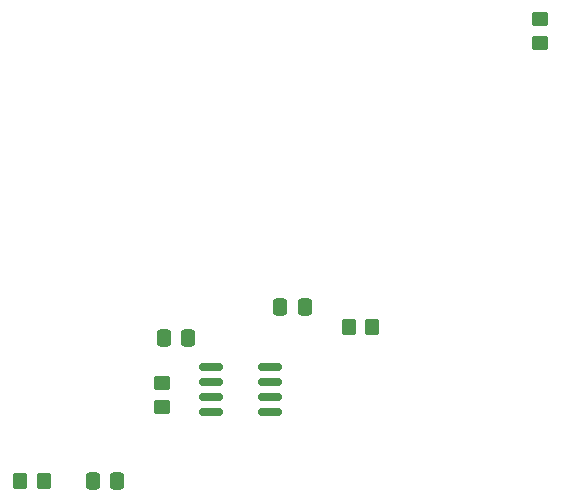
<source format=gbr>
%TF.GenerationSoftware,KiCad,Pcbnew,8.0.2*%
%TF.CreationDate,2024-05-23T15:50:06-04:00*%
%TF.ProjectId,ORA_Arduino_ESP_CAN_Shield_Rev_1.1,4f52415f-4172-4647-9569-6e6f5f455350,rev?*%
%TF.SameCoordinates,Original*%
%TF.FileFunction,Paste,Top*%
%TF.FilePolarity,Positive*%
%FSLAX46Y46*%
G04 Gerber Fmt 4.6, Leading zero omitted, Abs format (unit mm)*
G04 Created by KiCad (PCBNEW 8.0.2) date 2024-05-23 15:50:06*
%MOMM*%
%LPD*%
G01*
G04 APERTURE LIST*
G04 Aperture macros list*
%AMRoundRect*
0 Rectangle with rounded corners*
0 $1 Rounding radius*
0 $2 $3 $4 $5 $6 $7 $8 $9 X,Y pos of 4 corners*
0 Add a 4 corners polygon primitive as box body*
4,1,4,$2,$3,$4,$5,$6,$7,$8,$9,$2,$3,0*
0 Add four circle primitives for the rounded corners*
1,1,$1+$1,$2,$3*
1,1,$1+$1,$4,$5*
1,1,$1+$1,$6,$7*
1,1,$1+$1,$8,$9*
0 Add four rect primitives between the rounded corners*
20,1,$1+$1,$2,$3,$4,$5,0*
20,1,$1+$1,$4,$5,$6,$7,0*
20,1,$1+$1,$6,$7,$8,$9,0*
20,1,$1+$1,$8,$9,$2,$3,0*%
G04 Aperture macros list end*
%ADD10RoundRect,0.250000X-0.450000X0.350000X-0.450000X-0.350000X0.450000X-0.350000X0.450000X0.350000X0*%
%ADD11RoundRect,0.250000X0.450000X-0.350000X0.450000X0.350000X-0.450000X0.350000X-0.450000X-0.350000X0*%
%ADD12RoundRect,0.250000X-0.337500X-0.475000X0.337500X-0.475000X0.337500X0.475000X-0.337500X0.475000X0*%
%ADD13RoundRect,0.250000X-0.350000X-0.450000X0.350000X-0.450000X0.350000X0.450000X-0.350000X0.450000X0*%
%ADD14RoundRect,0.250000X0.337500X0.475000X-0.337500X0.475000X-0.337500X-0.475000X0.337500X-0.475000X0*%
%ADD15RoundRect,0.150000X-0.825000X-0.150000X0.825000X-0.150000X0.825000X0.150000X-0.825000X0.150000X0*%
%ADD16RoundRect,0.250000X0.350000X0.450000X-0.350000X0.450000X-0.350000X-0.450000X0.350000X-0.450000X0*%
G04 APERTURE END LIST*
D10*
%TO.C,R1*%
X41615000Y-64980000D03*
X41615000Y-66980000D03*
%TD*%
D11*
%TO.C,TR1*%
X73610000Y-36160000D03*
X73610000Y-34160000D03*
%TD*%
D12*
%TO.C,C2*%
X41727500Y-61130000D03*
X43802500Y-61130000D03*
%TD*%
%TO.C,C1*%
X35712500Y-73310000D03*
X37787500Y-73310000D03*
%TD*%
D13*
%TO.C,R3*%
X57375000Y-60220000D03*
X59375000Y-60220000D03*
%TD*%
D14*
%TO.C,C3*%
X53690000Y-58500000D03*
X51615000Y-58500000D03*
%TD*%
D15*
%TO.C,U3*%
X45750000Y-63615000D03*
X45750000Y-64885000D03*
X45750000Y-66155000D03*
X45750000Y-67425000D03*
X50700000Y-67425000D03*
X50700000Y-66155000D03*
X50700000Y-64885000D03*
X50700000Y-63615000D03*
%TD*%
D16*
%TO.C,R2*%
X31600000Y-73270000D03*
X29600000Y-73270000D03*
%TD*%
M02*

</source>
